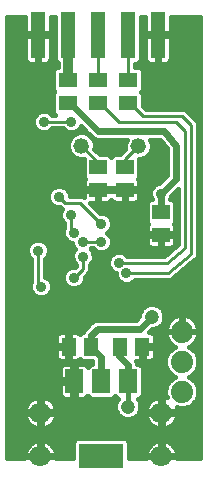
<source format=gbl>
G75*
%MOIN*%
%OFA0B0*%
%FSLAX25Y25*%
%IPPOS*%
%LPD*%
%AMOC8*
5,1,8,0,0,1.08239X$1,22.5*
%
%ADD10R,0.05906X0.05118*%
%ADD11C,0.05200*%
%ADD12R,0.05900X0.07900*%
%ADD13R,0.15000X0.07900*%
%ADD14R,0.05118X0.05906*%
%ADD15R,0.05000X0.15748*%
%ADD16C,0.07400*%
%ADD17R,0.06299X0.05118*%
%ADD18C,0.07087*%
%ADD19C,0.01600*%
%ADD20C,0.03569*%
%ADD21C,0.01000*%
%ADD22R,0.05315X0.05315*%
%ADD23C,0.00800*%
%ADD24R,0.03962X0.03962*%
%ADD25C,0.02400*%
%ADD26C,0.04750*%
%ADD27C,0.03200*%
D10*
X0049107Y0099260D03*
X0049107Y0106740D03*
X0058107Y0106740D03*
X0058107Y0099260D03*
X0070107Y0091740D03*
X0070107Y0084260D03*
D11*
X0062607Y0114000D03*
X0043607Y0114000D03*
D12*
X0041207Y0035400D03*
X0050207Y0035400D03*
X0059207Y0035400D03*
D13*
X0050107Y0010600D03*
D14*
X0046847Y0047000D03*
X0039366Y0047000D03*
X0056366Y0047000D03*
X0063847Y0047000D03*
D15*
X0059107Y0151000D03*
X0069107Y0151000D03*
X0049107Y0151000D03*
X0039107Y0151000D03*
X0029107Y0151000D03*
D16*
X0077107Y0052000D03*
X0077107Y0042000D03*
X0077107Y0032000D03*
D17*
X0059107Y0128260D03*
X0059107Y0135740D03*
X0049107Y0135740D03*
X0049107Y0128260D03*
X0039107Y0128260D03*
X0039107Y0135740D03*
D18*
X0029929Y0024961D03*
X0029929Y0010394D03*
X0070284Y0010394D03*
X0070284Y0024961D03*
D19*
X0018907Y0009800D02*
X0018907Y0156901D01*
X0024807Y0156901D01*
X0024807Y0151450D01*
X0028656Y0151450D01*
X0028656Y0150550D01*
X0024807Y0150550D01*
X0024807Y0142889D01*
X0024929Y0142431D01*
X0025166Y0142021D01*
X0025501Y0141686D01*
X0025912Y0141449D01*
X0026370Y0141326D01*
X0028657Y0141326D01*
X0028657Y0150550D01*
X0029557Y0150550D01*
X0029557Y0151450D01*
X0033407Y0151450D01*
X0033407Y0156901D01*
X0034807Y0156901D01*
X0034807Y0142380D01*
X0035707Y0141480D01*
X0035707Y0140099D01*
X0035211Y0140099D01*
X0034157Y0139045D01*
X0034157Y0132436D01*
X0034592Y0132000D01*
X0034157Y0131564D01*
X0034157Y0124955D01*
X0034812Y0124300D01*
X0033875Y0124300D01*
X0033137Y0125039D01*
X0031819Y0125584D01*
X0030394Y0125584D01*
X0029076Y0125039D01*
X0028068Y0124030D01*
X0027522Y0122713D01*
X0027522Y0121287D01*
X0028068Y0119970D01*
X0029076Y0118961D01*
X0030394Y0118416D01*
X0031819Y0118416D01*
X0033137Y0118961D01*
X0033875Y0119700D01*
X0037338Y0119700D01*
X0038076Y0118961D01*
X0039394Y0118416D01*
X0040819Y0118416D01*
X0042137Y0118961D01*
X0043145Y0119970D01*
X0043365Y0120499D01*
X0046563Y0117301D01*
X0047407Y0116457D01*
X0048510Y0116000D01*
X0058672Y0116000D01*
X0058207Y0114875D01*
X0058207Y0113125D01*
X0058286Y0112932D01*
X0056453Y0111099D01*
X0054408Y0111099D01*
X0053607Y0110298D01*
X0052805Y0111099D01*
X0049760Y0111099D01*
X0047927Y0112932D01*
X0048007Y0113125D01*
X0048007Y0114875D01*
X0047337Y0116492D01*
X0046099Y0117730D01*
X0044482Y0118400D01*
X0042731Y0118400D01*
X0041114Y0117730D01*
X0039876Y0116492D01*
X0039207Y0114875D01*
X0039207Y0113125D01*
X0039876Y0111508D01*
X0041114Y0110270D01*
X0042731Y0109600D01*
X0044354Y0109600D01*
X0044354Y0103436D01*
X0044789Y0103000D01*
X0044713Y0102924D01*
X0044476Y0102514D01*
X0044354Y0102056D01*
X0044354Y0099739D01*
X0048627Y0099739D01*
X0048627Y0098780D01*
X0049586Y0098780D01*
X0049586Y0094901D01*
X0052296Y0094901D01*
X0052754Y0095023D01*
X0053165Y0095260D01*
X0053500Y0095596D01*
X0053607Y0095781D01*
X0053713Y0095596D01*
X0054049Y0095260D01*
X0054459Y0095023D01*
X0054917Y0094901D01*
X0057627Y0094901D01*
X0057627Y0098780D01*
X0058586Y0098780D01*
X0058586Y0094901D01*
X0061296Y0094901D01*
X0061754Y0095023D01*
X0062165Y0095260D01*
X0062500Y0095596D01*
X0062737Y0096006D01*
X0062859Y0096464D01*
X0062859Y0098780D01*
X0058586Y0098780D01*
X0058586Y0099739D01*
X0062859Y0099739D01*
X0062859Y0102056D01*
X0062737Y0102514D01*
X0062500Y0102924D01*
X0062424Y0103000D01*
X0062859Y0103436D01*
X0062859Y0109600D01*
X0063482Y0109600D01*
X0065099Y0110270D01*
X0066337Y0111508D01*
X0067007Y0113125D01*
X0067007Y0114875D01*
X0066541Y0116000D01*
X0069665Y0116000D01*
X0072107Y0112948D01*
X0072107Y0104243D01*
X0069448Y0101584D01*
X0069394Y0101584D01*
X0068076Y0101039D01*
X0067068Y0100030D01*
X0066522Y0098713D01*
X0066522Y0097287D01*
X0067014Y0096099D01*
X0066408Y0096099D01*
X0065354Y0095045D01*
X0065354Y0088436D01*
X0065789Y0088000D01*
X0065713Y0087924D01*
X0065476Y0087514D01*
X0065354Y0087056D01*
X0065354Y0084739D01*
X0069627Y0084739D01*
X0069627Y0083780D01*
X0070586Y0083780D01*
X0070586Y0079901D01*
X0073296Y0079901D01*
X0073754Y0080023D01*
X0074165Y0080260D01*
X0074500Y0080596D01*
X0074737Y0081006D01*
X0074859Y0081464D01*
X0074859Y0083780D01*
X0070586Y0083780D01*
X0070586Y0084739D01*
X0074859Y0084739D01*
X0074859Y0087056D01*
X0074737Y0087514D01*
X0074500Y0087924D01*
X0074424Y0088000D01*
X0074859Y0088436D01*
X0074859Y0095045D01*
X0073805Y0096099D01*
X0073199Y0096099D01*
X0073691Y0097287D01*
X0073691Y0097342D01*
X0075807Y0099457D01*
X0075807Y0081077D01*
X0071274Y0077300D01*
X0058875Y0077300D01*
X0058137Y0078039D01*
X0056819Y0078584D01*
X0055394Y0078584D01*
X0054076Y0078039D01*
X0053068Y0077030D01*
X0052522Y0075713D01*
X0052522Y0074287D01*
X0053068Y0072970D01*
X0054076Y0071961D01*
X0055022Y0071570D01*
X0055022Y0070787D01*
X0055568Y0069470D01*
X0056576Y0068461D01*
X0057894Y0067916D01*
X0059319Y0067916D01*
X0060637Y0068461D01*
X0061375Y0069200D01*
X0072524Y0069200D01*
X0073393Y0069138D01*
X0073464Y0069200D01*
X0073559Y0069200D01*
X0074175Y0069816D01*
X0080965Y0075700D01*
X0081059Y0075700D01*
X0081675Y0076316D01*
X0082333Y0076886D01*
X0082340Y0076980D01*
X0082407Y0077047D01*
X0082407Y0077918D01*
X0082469Y0078786D01*
X0082407Y0078858D01*
X0082407Y0121953D01*
X0081059Y0123300D01*
X0078059Y0126300D01*
X0065059Y0126300D01*
X0064056Y0127303D01*
X0064056Y0131564D01*
X0063621Y0132000D01*
X0064056Y0132436D01*
X0064056Y0139045D01*
X0063002Y0140099D01*
X0061407Y0140099D01*
X0061407Y0141326D01*
X0062352Y0141326D01*
X0063407Y0142380D01*
X0063407Y0156901D01*
X0064807Y0156901D01*
X0064807Y0151450D01*
X0068656Y0151450D01*
X0068656Y0150550D01*
X0064807Y0150550D01*
X0064807Y0142889D01*
X0064929Y0142431D01*
X0065166Y0142021D01*
X0065501Y0141686D01*
X0065912Y0141449D01*
X0066370Y0141326D01*
X0068657Y0141326D01*
X0068657Y0150550D01*
X0069557Y0150550D01*
X0069557Y0151450D01*
X0073407Y0151450D01*
X0073407Y0156901D01*
X0083228Y0156901D01*
X0083228Y0009800D01*
X0075600Y0009800D01*
X0075627Y0009973D01*
X0075627Y0010013D01*
X0070665Y0010013D01*
X0070665Y0010775D01*
X0069903Y0010775D01*
X0069903Y0015737D01*
X0069863Y0015737D01*
X0069032Y0015605D01*
X0068233Y0015346D01*
X0067483Y0014964D01*
X0066803Y0014469D01*
X0066208Y0013875D01*
X0065714Y0013194D01*
X0065332Y0012445D01*
X0065072Y0011645D01*
X0064940Y0010814D01*
X0064940Y0010775D01*
X0069903Y0010775D01*
X0069903Y0010013D01*
X0064940Y0010013D01*
X0064940Y0009973D01*
X0064968Y0009800D01*
X0059407Y0009800D01*
X0059407Y0015296D01*
X0058352Y0016350D01*
X0041861Y0016350D01*
X0040807Y0015296D01*
X0040807Y0009800D01*
X0035245Y0009800D01*
X0035273Y0009973D01*
X0035273Y0010013D01*
X0030311Y0010013D01*
X0030311Y0010775D01*
X0035273Y0010775D01*
X0035273Y0010814D01*
X0035141Y0011645D01*
X0034881Y0012445D01*
X0034499Y0013194D01*
X0034005Y0013875D01*
X0033410Y0014469D01*
X0032730Y0014964D01*
X0031980Y0015346D01*
X0031181Y0015605D01*
X0030350Y0015737D01*
X0030310Y0015737D01*
X0030310Y0010775D01*
X0029548Y0010775D01*
X0029548Y0010013D01*
X0024586Y0010013D01*
X0024586Y0009973D01*
X0024613Y0009800D01*
X0018907Y0009800D01*
X0018907Y0010796D02*
X0024586Y0010796D01*
X0024586Y0010814D02*
X0024586Y0010775D01*
X0029548Y0010775D01*
X0029548Y0015737D01*
X0029509Y0015737D01*
X0028678Y0015605D01*
X0027878Y0015346D01*
X0027129Y0014964D01*
X0026448Y0014469D01*
X0025854Y0013875D01*
X0025359Y0013194D01*
X0024978Y0012445D01*
X0024718Y0011645D01*
X0024586Y0010814D01*
X0024961Y0012394D02*
X0018907Y0012394D01*
X0018907Y0013993D02*
X0025972Y0013993D01*
X0028634Y0015591D02*
X0018907Y0015591D01*
X0018907Y0017190D02*
X0083228Y0017190D01*
X0083228Y0018788D02*
X0018907Y0018788D01*
X0018907Y0020387D02*
X0027137Y0020387D01*
X0027129Y0020391D02*
X0027878Y0020009D01*
X0028678Y0019749D01*
X0029509Y0019617D01*
X0029548Y0019617D01*
X0029548Y0024579D01*
X0030310Y0024579D01*
X0030310Y0019617D01*
X0030350Y0019617D01*
X0031181Y0019749D01*
X0031980Y0020009D01*
X0032730Y0020391D01*
X0033410Y0020885D01*
X0034005Y0021480D01*
X0034499Y0022160D01*
X0034881Y0022910D01*
X0035141Y0023709D01*
X0035273Y0024540D01*
X0035273Y0024580D01*
X0030311Y0024580D01*
X0030311Y0025342D01*
X0035273Y0025342D01*
X0035273Y0025381D01*
X0035141Y0026212D01*
X0034881Y0027012D01*
X0034499Y0027761D01*
X0034005Y0028442D01*
X0033410Y0029036D01*
X0032730Y0029531D01*
X0031980Y0029912D01*
X0031181Y0030172D01*
X0030350Y0030304D01*
X0030310Y0030304D01*
X0030310Y0025342D01*
X0029548Y0025342D01*
X0029548Y0030304D01*
X0029509Y0030304D01*
X0028678Y0030172D01*
X0027878Y0029912D01*
X0027129Y0029531D01*
X0026448Y0029036D01*
X0025854Y0028442D01*
X0025359Y0027761D01*
X0024978Y0027012D01*
X0024718Y0026212D01*
X0024586Y0025381D01*
X0024586Y0025342D01*
X0029548Y0025342D01*
X0029548Y0024580D01*
X0024586Y0024580D01*
X0024586Y0024540D01*
X0024718Y0023709D01*
X0024978Y0022910D01*
X0025359Y0022160D01*
X0025854Y0021480D01*
X0026448Y0020885D01*
X0027129Y0020391D01*
X0025487Y0021985D02*
X0018907Y0021985D01*
X0018907Y0023584D02*
X0024758Y0023584D01*
X0024902Y0026781D02*
X0018907Y0026781D01*
X0018907Y0028379D02*
X0025808Y0028379D01*
X0028079Y0029978D02*
X0018907Y0029978D01*
X0018907Y0031576D02*
X0036457Y0031576D01*
X0036457Y0031213D02*
X0036579Y0030755D01*
X0036816Y0030345D01*
X0037151Y0030010D01*
X0037562Y0029773D01*
X0038020Y0029650D01*
X0040532Y0029650D01*
X0040532Y0034725D01*
X0041882Y0034725D01*
X0041882Y0029650D01*
X0044394Y0029650D01*
X0044851Y0029773D01*
X0045262Y0030010D01*
X0045597Y0030345D01*
X0045677Y0030484D01*
X0046511Y0029650D01*
X0053902Y0029650D01*
X0054707Y0030454D01*
X0055511Y0029650D01*
X0055852Y0029650D01*
X0055567Y0029365D01*
X0054932Y0027830D01*
X0054932Y0026170D01*
X0055567Y0024635D01*
X0056742Y0023461D01*
X0058276Y0022825D01*
X0059937Y0022825D01*
X0061471Y0023461D01*
X0062646Y0024635D01*
X0063281Y0026170D01*
X0063281Y0027830D01*
X0062646Y0029365D01*
X0062361Y0029650D01*
X0062902Y0029650D01*
X0063957Y0030704D01*
X0063957Y0040096D01*
X0062902Y0041150D01*
X0062207Y0041150D01*
X0062207Y0041497D01*
X0061896Y0042247D01*
X0063367Y0042247D01*
X0063367Y0046520D01*
X0064326Y0046520D01*
X0064326Y0042247D01*
X0066643Y0042247D01*
X0067101Y0042370D01*
X0067511Y0042607D01*
X0067846Y0042942D01*
X0068083Y0043352D01*
X0068206Y0043810D01*
X0068206Y0046520D01*
X0064326Y0046520D01*
X0064326Y0047480D01*
X0068206Y0047480D01*
X0068206Y0050190D01*
X0068083Y0050648D01*
X0067846Y0051058D01*
X0067511Y0051393D01*
X0067101Y0051630D01*
X0066643Y0051753D01*
X0066102Y0051753D01*
X0067174Y0052825D01*
X0067937Y0052825D01*
X0069471Y0053461D01*
X0070646Y0054635D01*
X0071281Y0056170D01*
X0071281Y0057830D01*
X0070646Y0059365D01*
X0069471Y0060539D01*
X0067937Y0061175D01*
X0066276Y0061175D01*
X0064742Y0060539D01*
X0063567Y0059365D01*
X0062932Y0057830D01*
X0062932Y0057068D01*
X0061864Y0056000D01*
X0048510Y0056000D01*
X0047407Y0055543D01*
X0046563Y0054699D01*
X0044303Y0052440D01*
X0044019Y0051753D01*
X0043542Y0051753D01*
X0043107Y0051317D01*
X0043031Y0051393D01*
X0042620Y0051630D01*
X0042162Y0051753D01*
X0039846Y0051753D01*
X0039846Y0047480D01*
X0038887Y0047480D01*
X0038887Y0051753D01*
X0036570Y0051753D01*
X0036113Y0051630D01*
X0035702Y0051393D01*
X0035367Y0051058D01*
X0035130Y0050648D01*
X0035007Y0050190D01*
X0035007Y0047480D01*
X0038887Y0047480D01*
X0038887Y0046520D01*
X0039846Y0046520D01*
X0039846Y0042247D01*
X0042162Y0042247D01*
X0042620Y0042370D01*
X0043031Y0042607D01*
X0043107Y0042683D01*
X0043542Y0042247D01*
X0047207Y0042247D01*
X0047207Y0041150D01*
X0046511Y0041150D01*
X0045677Y0040316D01*
X0045597Y0040455D01*
X0045262Y0040790D01*
X0044851Y0041027D01*
X0044394Y0041150D01*
X0041882Y0041150D01*
X0041882Y0036075D01*
X0040532Y0036075D01*
X0040532Y0041150D01*
X0038020Y0041150D01*
X0037562Y0041027D01*
X0037151Y0040790D01*
X0036816Y0040455D01*
X0036579Y0040045D01*
X0036457Y0039587D01*
X0036457Y0036075D01*
X0040531Y0036075D01*
X0040531Y0034725D01*
X0036457Y0034725D01*
X0036457Y0031213D01*
X0037207Y0029978D02*
X0031780Y0029978D01*
X0030310Y0029978D02*
X0029548Y0029978D01*
X0029548Y0028379D02*
X0030310Y0028379D01*
X0030310Y0026781D02*
X0029548Y0026781D01*
X0029548Y0025182D02*
X0018907Y0025182D01*
X0018907Y0033175D02*
X0036457Y0033175D01*
X0036457Y0036372D02*
X0018907Y0036372D01*
X0018907Y0037970D02*
X0036457Y0037970D01*
X0036457Y0039569D02*
X0018907Y0039569D01*
X0018907Y0041167D02*
X0047207Y0041167D01*
X0041882Y0039569D02*
X0040532Y0039569D01*
X0040532Y0037970D02*
X0041882Y0037970D01*
X0041882Y0036372D02*
X0040532Y0036372D01*
X0040531Y0034773D02*
X0018907Y0034773D01*
X0018907Y0042766D02*
X0035543Y0042766D01*
X0035702Y0042607D02*
X0035367Y0042942D01*
X0035130Y0043352D01*
X0035007Y0043810D01*
X0035007Y0046520D01*
X0038887Y0046520D01*
X0038887Y0042247D01*
X0036570Y0042247D01*
X0036113Y0042370D01*
X0035702Y0042607D01*
X0035007Y0044364D02*
X0018907Y0044364D01*
X0018907Y0045963D02*
X0035007Y0045963D01*
X0035007Y0047561D02*
X0018907Y0047561D01*
X0018907Y0049160D02*
X0035007Y0049160D01*
X0035194Y0050758D02*
X0018907Y0050758D01*
X0018907Y0052357D02*
X0044269Y0052357D01*
X0045819Y0053955D02*
X0018907Y0053955D01*
X0018907Y0055554D02*
X0047433Y0055554D01*
X0042611Y0066743D02*
X0083228Y0066743D01*
X0083228Y0065145D02*
X0033218Y0065145D01*
X0033145Y0064970D02*
X0033691Y0066287D01*
X0033691Y0067713D01*
X0033145Y0069030D01*
X0032137Y0070039D01*
X0031407Y0070341D01*
X0031407Y0076231D01*
X0032145Y0076970D01*
X0032691Y0078287D01*
X0032691Y0079713D01*
X0032145Y0081030D01*
X0031137Y0082039D01*
X0029819Y0082584D01*
X0028394Y0082584D01*
X0027076Y0082039D01*
X0026068Y0081030D01*
X0025522Y0079713D01*
X0025522Y0078287D01*
X0026068Y0076970D01*
X0026807Y0076231D01*
X0026807Y0068399D01*
X0026522Y0067713D01*
X0026522Y0066287D01*
X0027068Y0064970D01*
X0028076Y0063961D01*
X0029394Y0063416D01*
X0030819Y0063416D01*
X0032137Y0063961D01*
X0033145Y0064970D01*
X0033691Y0066743D02*
X0039602Y0066743D01*
X0039076Y0066961D02*
X0040394Y0066416D01*
X0041819Y0066416D01*
X0043137Y0066961D01*
X0044145Y0067970D01*
X0044691Y0069287D01*
X0044691Y0070332D01*
X0046407Y0072047D01*
X0046407Y0074231D01*
X0047145Y0074970D01*
X0047691Y0076287D01*
X0047691Y0077713D01*
X0047145Y0079030D01*
X0046675Y0079500D01*
X0046875Y0079700D01*
X0047338Y0079700D01*
X0048076Y0078961D01*
X0049394Y0078416D01*
X0050819Y0078416D01*
X0052137Y0078961D01*
X0053145Y0079970D01*
X0053691Y0081287D01*
X0053691Y0082713D01*
X0053145Y0084030D01*
X0052175Y0085000D01*
X0053145Y0085970D01*
X0053691Y0087287D01*
X0053691Y0088713D01*
X0053145Y0090030D01*
X0052137Y0091039D01*
X0050819Y0091584D01*
X0049775Y0091584D01*
X0046458Y0094901D01*
X0048627Y0094901D01*
X0048627Y0098780D01*
X0044354Y0098780D01*
X0044354Y0097005D01*
X0044059Y0097300D01*
X0039691Y0097300D01*
X0039691Y0097713D01*
X0039145Y0099030D01*
X0038137Y0100039D01*
X0036819Y0100584D01*
X0035394Y0100584D01*
X0034076Y0100039D01*
X0033068Y0099030D01*
X0032522Y0097713D01*
X0032522Y0096287D01*
X0033068Y0094970D01*
X0034076Y0093961D01*
X0035394Y0093416D01*
X0036438Y0093416D01*
X0036996Y0092857D01*
X0036522Y0091713D01*
X0036522Y0090287D01*
X0037068Y0088970D01*
X0037807Y0088231D01*
X0037807Y0086399D01*
X0037522Y0085713D01*
X0037522Y0084287D01*
X0038068Y0082970D01*
X0039076Y0081961D01*
X0040394Y0081416D01*
X0040522Y0081416D01*
X0040522Y0081287D01*
X0041068Y0079970D01*
X0041538Y0079500D01*
X0041068Y0079030D01*
X0040522Y0077713D01*
X0040522Y0076287D01*
X0041068Y0074970D01*
X0041807Y0074231D01*
X0041807Y0073953D01*
X0041438Y0073584D01*
X0040394Y0073584D01*
X0039076Y0073039D01*
X0038068Y0072030D01*
X0037522Y0070713D01*
X0037522Y0069287D01*
X0038068Y0067970D01*
X0039076Y0066961D01*
X0037914Y0068342D02*
X0033430Y0068342D01*
X0032235Y0069940D02*
X0037522Y0069940D01*
X0037864Y0071539D02*
X0031407Y0071539D01*
X0031407Y0073137D02*
X0039315Y0073137D01*
X0041302Y0074736D02*
X0031407Y0074736D01*
X0031510Y0076334D02*
X0040522Y0076334D01*
X0040613Y0077933D02*
X0032544Y0077933D01*
X0032691Y0079532D02*
X0041506Y0079532D01*
X0040587Y0081130D02*
X0032045Y0081130D01*
X0026807Y0074736D02*
X0018907Y0074736D01*
X0018907Y0076334D02*
X0026703Y0076334D01*
X0025669Y0077933D02*
X0018907Y0077933D01*
X0018907Y0079532D02*
X0025522Y0079532D01*
X0026168Y0081130D02*
X0018907Y0081130D01*
X0018907Y0082729D02*
X0038309Y0082729D01*
X0037522Y0084327D02*
X0018907Y0084327D01*
X0018907Y0085926D02*
X0037610Y0085926D01*
X0037807Y0087524D02*
X0018907Y0087524D01*
X0018907Y0089123D02*
X0037005Y0089123D01*
X0036522Y0090721D02*
X0018907Y0090721D01*
X0018907Y0092320D02*
X0036774Y0092320D01*
X0034181Y0093918D02*
X0018907Y0093918D01*
X0018907Y0095517D02*
X0032841Y0095517D01*
X0032522Y0097115D02*
X0018907Y0097115D01*
X0018907Y0098714D02*
X0032937Y0098714D01*
X0034737Y0100312D02*
X0018907Y0100312D01*
X0018907Y0101911D02*
X0044354Y0101911D01*
X0044354Y0103509D02*
X0018907Y0103509D01*
X0018907Y0105108D02*
X0044354Y0105108D01*
X0044354Y0106706D02*
X0018907Y0106706D01*
X0018907Y0108305D02*
X0044354Y0108305D01*
X0041999Y0109903D02*
X0018907Y0109903D01*
X0018907Y0111502D02*
X0039882Y0111502D01*
X0039217Y0113100D02*
X0018907Y0113100D01*
X0018907Y0114699D02*
X0039207Y0114699D01*
X0039796Y0116297D02*
X0018907Y0116297D01*
X0018907Y0117896D02*
X0041514Y0117896D01*
X0042670Y0119494D02*
X0044370Y0119494D01*
X0045699Y0117896D02*
X0045968Y0117896D01*
X0047417Y0116297D02*
X0047792Y0116297D01*
X0048007Y0114699D02*
X0058207Y0114699D01*
X0058217Y0113100D02*
X0047996Y0113100D01*
X0049357Y0111502D02*
X0056856Y0111502D01*
X0062859Y0108305D02*
X0072107Y0108305D01*
X0072107Y0109903D02*
X0064214Y0109903D01*
X0066331Y0111502D02*
X0072107Y0111502D01*
X0071984Y0113100D02*
X0066996Y0113100D01*
X0067007Y0114699D02*
X0070706Y0114699D01*
X0072107Y0106706D02*
X0062859Y0106706D01*
X0062859Y0105108D02*
X0072107Y0105108D01*
X0071373Y0103509D02*
X0062859Y0103509D01*
X0062859Y0101911D02*
X0069775Y0101911D01*
X0067350Y0100312D02*
X0062859Y0100312D01*
X0062859Y0098714D02*
X0066523Y0098714D01*
X0066593Y0097115D02*
X0062859Y0097115D01*
X0062421Y0095517D02*
X0065826Y0095517D01*
X0065354Y0093918D02*
X0047441Y0093918D01*
X0048627Y0095517D02*
X0049586Y0095517D01*
X0049586Y0097115D02*
X0048627Y0097115D01*
X0048627Y0098714D02*
X0049586Y0098714D01*
X0049586Y0098780D02*
X0049586Y0099739D01*
X0053859Y0099739D01*
X0057627Y0099739D01*
X0057627Y0098780D01*
X0049586Y0098780D01*
X0049040Y0092320D02*
X0065354Y0092320D01*
X0065354Y0090721D02*
X0052454Y0090721D01*
X0053521Y0089123D02*
X0065354Y0089123D01*
X0065482Y0087524D02*
X0053691Y0087524D01*
X0053101Y0085926D02*
X0065354Y0085926D01*
X0065354Y0083780D02*
X0065354Y0081464D01*
X0065476Y0081006D01*
X0065713Y0080596D01*
X0066049Y0080260D01*
X0066459Y0080023D01*
X0066917Y0079901D01*
X0069627Y0079901D01*
X0069627Y0083780D01*
X0065354Y0083780D01*
X0065354Y0082729D02*
X0053684Y0082729D01*
X0053626Y0081130D02*
X0065443Y0081130D01*
X0069627Y0081130D02*
X0070586Y0081130D01*
X0070586Y0082729D02*
X0069627Y0082729D01*
X0069627Y0084327D02*
X0052848Y0084327D01*
X0052707Y0079532D02*
X0073952Y0079532D01*
X0074770Y0081130D02*
X0075807Y0081130D01*
X0075807Y0082729D02*
X0074859Y0082729D01*
X0075807Y0084327D02*
X0070586Y0084327D01*
X0074731Y0087524D02*
X0075807Y0087524D01*
X0075807Y0085926D02*
X0074859Y0085926D01*
X0074859Y0089123D02*
X0075807Y0089123D01*
X0075807Y0090721D02*
X0074859Y0090721D01*
X0074859Y0092320D02*
X0075807Y0092320D01*
X0075807Y0093918D02*
X0074859Y0093918D01*
X0074387Y0095517D02*
X0075807Y0095517D01*
X0075807Y0097115D02*
X0073620Y0097115D01*
X0075063Y0098714D02*
X0075807Y0098714D01*
X0082407Y0098714D02*
X0083228Y0098714D01*
X0083228Y0100312D02*
X0082407Y0100312D01*
X0082407Y0101911D02*
X0083228Y0101911D01*
X0083228Y0103509D02*
X0082407Y0103509D01*
X0082407Y0105108D02*
X0083228Y0105108D01*
X0083228Y0106706D02*
X0082407Y0106706D01*
X0082407Y0108305D02*
X0083228Y0108305D01*
X0083228Y0109903D02*
X0082407Y0109903D01*
X0082407Y0111502D02*
X0083228Y0111502D01*
X0083228Y0113100D02*
X0082407Y0113100D01*
X0082407Y0114699D02*
X0083228Y0114699D01*
X0083228Y0116297D02*
X0082407Y0116297D01*
X0082407Y0117896D02*
X0083228Y0117896D01*
X0083228Y0119494D02*
X0082407Y0119494D01*
X0082407Y0121093D02*
X0083228Y0121093D01*
X0083228Y0122691D02*
X0081668Y0122691D01*
X0083228Y0124290D02*
X0080069Y0124290D01*
X0078471Y0125888D02*
X0083228Y0125888D01*
X0083228Y0127487D02*
X0064056Y0127487D01*
X0064056Y0129085D02*
X0083228Y0129085D01*
X0083228Y0130684D02*
X0064056Y0130684D01*
X0063903Y0132282D02*
X0083228Y0132282D01*
X0083228Y0133881D02*
X0064056Y0133881D01*
X0064056Y0135479D02*
X0083228Y0135479D01*
X0083228Y0137078D02*
X0064056Y0137078D01*
X0064056Y0138676D02*
X0083228Y0138676D01*
X0083228Y0140275D02*
X0061407Y0140275D01*
X0062900Y0141873D02*
X0065313Y0141873D01*
X0064807Y0143472D02*
X0063407Y0143472D01*
X0063407Y0145070D02*
X0064807Y0145070D01*
X0064807Y0146669D02*
X0063407Y0146669D01*
X0063407Y0148268D02*
X0064807Y0148268D01*
X0064807Y0149866D02*
X0063407Y0149866D01*
X0063407Y0151465D02*
X0064807Y0151465D01*
X0064807Y0153063D02*
X0063407Y0153063D01*
X0063407Y0154662D02*
X0064807Y0154662D01*
X0064807Y0156260D02*
X0063407Y0156260D01*
X0068657Y0149866D02*
X0069557Y0149866D01*
X0069557Y0150550D02*
X0069557Y0141326D01*
X0071844Y0141326D01*
X0072301Y0141449D01*
X0072712Y0141686D01*
X0073047Y0142021D01*
X0073284Y0142431D01*
X0073407Y0142889D01*
X0073407Y0150550D01*
X0069557Y0150550D01*
X0069557Y0148268D02*
X0068657Y0148268D01*
X0068657Y0146669D02*
X0069557Y0146669D01*
X0069557Y0145070D02*
X0068657Y0145070D01*
X0068657Y0143472D02*
X0069557Y0143472D01*
X0069557Y0141873D02*
X0068657Y0141873D01*
X0072900Y0141873D02*
X0083228Y0141873D01*
X0083228Y0143472D02*
X0073407Y0143472D01*
X0073407Y0145070D02*
X0083228Y0145070D01*
X0083228Y0146669D02*
X0073407Y0146669D01*
X0073407Y0148268D02*
X0083228Y0148268D01*
X0083228Y0149866D02*
X0073407Y0149866D01*
X0073407Y0151465D02*
X0083228Y0151465D01*
X0083228Y0153063D02*
X0073407Y0153063D01*
X0073407Y0154662D02*
X0083228Y0154662D01*
X0083228Y0156260D02*
X0073407Y0156260D01*
X0044354Y0100312D02*
X0037476Y0100312D01*
X0039276Y0098714D02*
X0044354Y0098714D01*
X0044354Y0097115D02*
X0044244Y0097115D01*
X0053421Y0095517D02*
X0053792Y0095517D01*
X0057627Y0095517D02*
X0058586Y0095517D01*
X0058586Y0097115D02*
X0057627Y0097115D01*
X0057627Y0098714D02*
X0058586Y0098714D01*
X0047506Y0079532D02*
X0046707Y0079532D01*
X0047600Y0077933D02*
X0053971Y0077933D01*
X0052780Y0076334D02*
X0047691Y0076334D01*
X0046911Y0074736D02*
X0052522Y0074736D01*
X0052998Y0073137D02*
X0046407Y0073137D01*
X0045898Y0071539D02*
X0055022Y0071539D01*
X0055373Y0069940D02*
X0044691Y0069940D01*
X0044299Y0068342D02*
X0056865Y0068342D01*
X0060348Y0068342D02*
X0083228Y0068342D01*
X0083228Y0069940D02*
X0074319Y0069940D01*
X0076163Y0071539D02*
X0083228Y0071539D01*
X0083228Y0073137D02*
X0078008Y0073137D01*
X0079852Y0074736D02*
X0083228Y0074736D01*
X0083228Y0076334D02*
X0081697Y0076334D01*
X0082408Y0077933D02*
X0083228Y0077933D01*
X0083228Y0079532D02*
X0082407Y0079532D01*
X0082407Y0081130D02*
X0083228Y0081130D01*
X0083228Y0082729D02*
X0082407Y0082729D01*
X0082407Y0084327D02*
X0083228Y0084327D01*
X0083228Y0085926D02*
X0082407Y0085926D01*
X0082407Y0087524D02*
X0083228Y0087524D01*
X0083228Y0089123D02*
X0082407Y0089123D01*
X0082407Y0090721D02*
X0083228Y0090721D01*
X0083228Y0092320D02*
X0082407Y0092320D01*
X0082407Y0093918D02*
X0083228Y0093918D01*
X0083228Y0095517D02*
X0082407Y0095517D01*
X0082407Y0097115D02*
X0083228Y0097115D01*
X0072033Y0077933D02*
X0058242Y0077933D01*
X0064552Y0060349D02*
X0018907Y0060349D01*
X0018907Y0058751D02*
X0063313Y0058751D01*
X0062932Y0057152D02*
X0018907Y0057152D01*
X0018907Y0061948D02*
X0083228Y0061948D01*
X0083228Y0063546D02*
X0031135Y0063546D01*
X0029078Y0063546D02*
X0018907Y0063546D01*
X0018907Y0065145D02*
X0026995Y0065145D01*
X0026522Y0066743D02*
X0018907Y0066743D01*
X0018907Y0068342D02*
X0026783Y0068342D01*
X0026807Y0069940D02*
X0018907Y0069940D01*
X0018907Y0071539D02*
X0026807Y0071539D01*
X0026807Y0073137D02*
X0018907Y0073137D01*
X0038887Y0050758D02*
X0039846Y0050758D01*
X0039846Y0049160D02*
X0038887Y0049160D01*
X0038887Y0047561D02*
X0039846Y0047561D01*
X0039846Y0045963D02*
X0038887Y0045963D01*
X0038887Y0044364D02*
X0039846Y0044364D01*
X0039846Y0042766D02*
X0038887Y0042766D01*
X0040532Y0033175D02*
X0041882Y0033175D01*
X0041882Y0031576D02*
X0040532Y0031576D01*
X0040532Y0029978D02*
X0041882Y0029978D01*
X0045206Y0029978D02*
X0046183Y0029978D01*
X0054230Y0029978D02*
X0055183Y0029978D01*
X0055159Y0028379D02*
X0034050Y0028379D01*
X0034956Y0026781D02*
X0054932Y0026781D01*
X0055341Y0025182D02*
X0030311Y0025182D01*
X0030310Y0023584D02*
X0029548Y0023584D01*
X0029548Y0021985D02*
X0030310Y0021985D01*
X0030310Y0020387D02*
X0029548Y0020387D01*
X0032722Y0020387D02*
X0067491Y0020387D01*
X0067483Y0020391D02*
X0068233Y0020009D01*
X0069032Y0019749D01*
X0069863Y0019617D01*
X0069903Y0019617D01*
X0069903Y0024579D01*
X0070665Y0024579D01*
X0070665Y0019617D01*
X0070704Y0019617D01*
X0071535Y0019749D01*
X0072335Y0020009D01*
X0073084Y0020391D01*
X0073765Y0020885D01*
X0074359Y0021480D01*
X0074854Y0022160D01*
X0075236Y0022910D01*
X0075495Y0023709D01*
X0075627Y0024540D01*
X0075627Y0024580D01*
X0070665Y0024580D01*
X0070665Y0025342D01*
X0069903Y0025342D01*
X0069903Y0030304D01*
X0069863Y0030304D01*
X0069032Y0030172D01*
X0068233Y0029912D01*
X0067483Y0029531D01*
X0066803Y0029036D01*
X0066208Y0028442D01*
X0065714Y0027761D01*
X0065332Y0027012D01*
X0065072Y0026212D01*
X0064940Y0025381D01*
X0064940Y0025342D01*
X0069903Y0025342D01*
X0069903Y0024580D01*
X0064940Y0024580D01*
X0064940Y0024540D01*
X0065072Y0023709D01*
X0065332Y0022910D01*
X0065714Y0022160D01*
X0066208Y0021480D01*
X0066803Y0020885D01*
X0067483Y0020391D01*
X0065841Y0021985D02*
X0034372Y0021985D01*
X0035100Y0023584D02*
X0056619Y0023584D01*
X0059107Y0027000D02*
X0059107Y0035500D01*
X0059207Y0035400D01*
X0062207Y0041167D02*
X0071607Y0041167D01*
X0071607Y0040906D02*
X0072444Y0038884D01*
X0073991Y0037337D01*
X0074805Y0037000D01*
X0073991Y0036663D01*
X0072444Y0035115D01*
X0071607Y0033094D01*
X0071607Y0030906D01*
X0071969Y0030031D01*
X0071535Y0030172D01*
X0070704Y0030304D01*
X0070665Y0030304D01*
X0070665Y0025342D01*
X0075627Y0025342D01*
X0075627Y0025381D01*
X0075495Y0026212D01*
X0075307Y0026792D01*
X0076013Y0026500D01*
X0078201Y0026500D01*
X0080222Y0027337D01*
X0081769Y0028884D01*
X0082607Y0030906D01*
X0082607Y0033094D01*
X0081769Y0035115D01*
X0080222Y0036663D01*
X0079408Y0037000D01*
X0080222Y0037337D01*
X0081769Y0038884D01*
X0082607Y0040906D01*
X0082607Y0043094D01*
X0081769Y0045115D01*
X0080222Y0046663D01*
X0079408Y0047000D01*
X0079989Y0047296D01*
X0080690Y0047805D01*
X0081302Y0048417D01*
X0081811Y0049117D01*
X0082204Y0049889D01*
X0082471Y0050712D01*
X0082607Y0051567D01*
X0082607Y0051800D01*
X0077307Y0051800D01*
X0077307Y0052200D01*
X0082607Y0052200D01*
X0082607Y0052433D01*
X0082471Y0053288D01*
X0082204Y0054111D01*
X0081811Y0054883D01*
X0081302Y0055583D01*
X0080690Y0056195D01*
X0079989Y0056704D01*
X0079218Y0057097D01*
X0078394Y0057365D01*
X0077539Y0057500D01*
X0077307Y0057500D01*
X0077307Y0052200D01*
X0076907Y0052200D01*
X0076907Y0057500D01*
X0076674Y0057500D01*
X0075819Y0057365D01*
X0074995Y0057097D01*
X0074224Y0056704D01*
X0073524Y0056195D01*
X0072911Y0055583D01*
X0072403Y0054883D01*
X0072009Y0054111D01*
X0071742Y0053288D01*
X0071607Y0052433D01*
X0071607Y0052200D01*
X0076906Y0052200D01*
X0076906Y0051800D01*
X0071607Y0051800D01*
X0071607Y0051567D01*
X0071742Y0050712D01*
X0072009Y0049889D01*
X0072403Y0049117D01*
X0072911Y0048417D01*
X0073524Y0047805D01*
X0074224Y0047296D01*
X0074805Y0047000D01*
X0073991Y0046663D01*
X0072444Y0045115D01*
X0071607Y0043094D01*
X0071607Y0040906D01*
X0072160Y0039569D02*
X0063957Y0039569D01*
X0063957Y0037970D02*
X0073358Y0037970D01*
X0073700Y0036372D02*
X0063957Y0036372D01*
X0063957Y0034773D02*
X0072302Y0034773D01*
X0071640Y0033175D02*
X0063957Y0033175D01*
X0063957Y0031576D02*
X0071607Y0031576D01*
X0070665Y0029978D02*
X0069903Y0029978D01*
X0069903Y0028379D02*
X0070665Y0028379D01*
X0070665Y0026781D02*
X0069903Y0026781D01*
X0069903Y0025182D02*
X0062872Y0025182D01*
X0063281Y0026781D02*
X0065257Y0026781D01*
X0066163Y0028379D02*
X0063054Y0028379D01*
X0063230Y0029978D02*
X0068433Y0029978D01*
X0070665Y0025182D02*
X0083228Y0025182D01*
X0083228Y0023584D02*
X0075455Y0023584D01*
X0074727Y0021985D02*
X0083228Y0021985D01*
X0083228Y0020387D02*
X0073076Y0020387D01*
X0070665Y0020387D02*
X0069903Y0020387D01*
X0069903Y0021985D02*
X0070665Y0021985D01*
X0070665Y0023584D02*
X0069903Y0023584D01*
X0065113Y0023584D02*
X0061594Y0023584D01*
X0059111Y0015591D02*
X0068988Y0015591D01*
X0069903Y0015591D02*
X0070665Y0015591D01*
X0070665Y0015737D02*
X0070665Y0010775D01*
X0075627Y0010775D01*
X0075627Y0010814D01*
X0075495Y0011645D01*
X0075236Y0012445D01*
X0074854Y0013194D01*
X0074359Y0013875D01*
X0073765Y0014469D01*
X0073084Y0014964D01*
X0072335Y0015346D01*
X0071535Y0015605D01*
X0070704Y0015737D01*
X0070665Y0015737D01*
X0071579Y0015591D02*
X0083228Y0015591D01*
X0083228Y0013993D02*
X0074241Y0013993D01*
X0075252Y0012394D02*
X0083228Y0012394D01*
X0083228Y0010796D02*
X0075627Y0010796D01*
X0070665Y0010796D02*
X0069903Y0010796D01*
X0069903Y0012394D02*
X0070665Y0012394D01*
X0070665Y0013993D02*
X0069903Y0013993D01*
X0066326Y0013993D02*
X0059407Y0013993D01*
X0059407Y0012394D02*
X0065315Y0012394D01*
X0064940Y0010796D02*
X0059407Y0010796D01*
X0075311Y0026781D02*
X0075335Y0026781D01*
X0078878Y0026781D02*
X0083228Y0026781D01*
X0083228Y0028379D02*
X0081264Y0028379D01*
X0082222Y0029978D02*
X0083228Y0029978D01*
X0083228Y0031576D02*
X0082607Y0031576D01*
X0082573Y0033175D02*
X0083228Y0033175D01*
X0083228Y0034773D02*
X0081911Y0034773D01*
X0083228Y0036372D02*
X0080513Y0036372D01*
X0080855Y0037970D02*
X0083228Y0037970D01*
X0083228Y0039569D02*
X0082053Y0039569D01*
X0082607Y0041167D02*
X0083228Y0041167D01*
X0083228Y0042766D02*
X0082607Y0042766D01*
X0082080Y0044364D02*
X0083228Y0044364D01*
X0083228Y0045963D02*
X0080922Y0045963D01*
X0080354Y0047561D02*
X0083228Y0047561D01*
X0083228Y0049160D02*
X0081832Y0049160D01*
X0082478Y0050758D02*
X0083228Y0050758D01*
X0083228Y0052357D02*
X0082607Y0052357D01*
X0082254Y0053955D02*
X0083228Y0053955D01*
X0083228Y0055554D02*
X0081323Y0055554D01*
X0083228Y0057152D02*
X0079048Y0057152D01*
X0077307Y0057152D02*
X0076907Y0057152D01*
X0076907Y0055554D02*
X0077307Y0055554D01*
X0077307Y0053955D02*
X0076907Y0053955D01*
X0076907Y0052357D02*
X0077307Y0052357D01*
X0075166Y0057152D02*
X0071281Y0057152D01*
X0071026Y0055554D02*
X0072890Y0055554D01*
X0071959Y0053955D02*
X0069966Y0053955D01*
X0071607Y0052357D02*
X0066706Y0052357D01*
X0068019Y0050758D02*
X0071735Y0050758D01*
X0072381Y0049160D02*
X0068206Y0049160D01*
X0068206Y0047561D02*
X0073859Y0047561D01*
X0073291Y0045963D02*
X0068206Y0045963D01*
X0068206Y0044364D02*
X0072133Y0044364D01*
X0071607Y0042766D02*
X0067670Y0042766D01*
X0064326Y0042766D02*
X0063367Y0042766D01*
X0063367Y0044364D02*
X0064326Y0044364D01*
X0064326Y0045963D02*
X0063367Y0045963D01*
X0070900Y0058751D02*
X0083228Y0058751D01*
X0083228Y0060349D02*
X0069661Y0060349D01*
X0041102Y0015591D02*
X0031225Y0015591D01*
X0030310Y0015591D02*
X0029548Y0015591D01*
X0029548Y0013993D02*
X0030310Y0013993D01*
X0030310Y0012394D02*
X0029548Y0012394D01*
X0029548Y0010796D02*
X0030310Y0010796D01*
X0033887Y0013993D02*
X0040807Y0013993D01*
X0040807Y0012394D02*
X0034898Y0012394D01*
X0035273Y0010796D02*
X0040807Y0010796D01*
X0037543Y0119494D02*
X0033670Y0119494D01*
X0034157Y0125888D02*
X0018907Y0125888D01*
X0018907Y0124290D02*
X0028327Y0124290D01*
X0027522Y0122691D02*
X0018907Y0122691D01*
X0018907Y0121093D02*
X0027603Y0121093D01*
X0028543Y0119494D02*
X0018907Y0119494D01*
X0018907Y0127487D02*
X0034157Y0127487D01*
X0034157Y0129085D02*
X0018907Y0129085D01*
X0018907Y0130684D02*
X0034157Y0130684D01*
X0034310Y0132282D02*
X0018907Y0132282D01*
X0018907Y0133881D02*
X0034157Y0133881D01*
X0034157Y0135479D02*
X0018907Y0135479D01*
X0018907Y0137078D02*
X0034157Y0137078D01*
X0034157Y0138676D02*
X0018907Y0138676D01*
X0018907Y0140275D02*
X0035707Y0140275D01*
X0035313Y0141873D02*
X0032900Y0141873D01*
X0033047Y0142021D02*
X0032712Y0141686D01*
X0032301Y0141449D01*
X0031844Y0141326D01*
X0029557Y0141326D01*
X0029557Y0150550D01*
X0033407Y0150550D01*
X0033407Y0142889D01*
X0033284Y0142431D01*
X0033047Y0142021D01*
X0033407Y0143472D02*
X0034807Y0143472D01*
X0034807Y0145070D02*
X0033407Y0145070D01*
X0033407Y0146669D02*
X0034807Y0146669D01*
X0034807Y0148268D02*
X0033407Y0148268D01*
X0033407Y0149866D02*
X0034807Y0149866D01*
X0034807Y0151465D02*
X0033407Y0151465D01*
X0033407Y0153063D02*
X0034807Y0153063D01*
X0034807Y0154662D02*
X0033407Y0154662D01*
X0033407Y0156260D02*
X0034807Y0156260D01*
X0029557Y0149866D02*
X0028657Y0149866D01*
X0028657Y0148268D02*
X0029557Y0148268D01*
X0029557Y0146669D02*
X0028657Y0146669D01*
X0028657Y0145070D02*
X0029557Y0145070D01*
X0029557Y0143472D02*
X0028657Y0143472D01*
X0028657Y0141873D02*
X0029557Y0141873D01*
X0025313Y0141873D02*
X0018907Y0141873D01*
X0018907Y0143472D02*
X0024807Y0143472D01*
X0024807Y0145070D02*
X0018907Y0145070D01*
X0018907Y0146669D02*
X0024807Y0146669D01*
X0024807Y0148268D02*
X0018907Y0148268D01*
X0018907Y0149866D02*
X0024807Y0149866D01*
X0024807Y0151465D02*
X0018907Y0151465D01*
X0018907Y0153063D02*
X0024807Y0153063D01*
X0024807Y0154662D02*
X0018907Y0154662D01*
X0018907Y0156260D02*
X0024807Y0156260D01*
D20*
X0022107Y0141000D03*
X0031107Y0122000D03*
X0023107Y0115000D03*
X0036107Y0097000D03*
X0040107Y0091000D03*
X0041107Y0085000D03*
X0044107Y0082000D03*
X0044107Y0077000D03*
X0040107Y0076000D03*
X0038107Y0080000D03*
X0041107Y0070000D03*
X0050107Y0082000D03*
X0050107Y0088000D03*
X0050107Y0094000D03*
X0056107Y0075000D03*
X0058607Y0071500D03*
X0062107Y0061000D03*
X0076107Y0069000D03*
X0063107Y0092000D03*
X0070107Y0098000D03*
X0070107Y0108000D03*
X0070107Y0112000D03*
X0075107Y0141000D03*
X0075107Y0146000D03*
X0075107Y0151000D03*
X0040107Y0122000D03*
X0029107Y0079000D03*
X0030107Y0067000D03*
X0023107Y0045000D03*
D21*
X0025107Y0046000D01*
X0030107Y0067000D02*
X0029107Y0068000D01*
X0029107Y0079000D01*
X0038107Y0095000D02*
X0036107Y0097000D01*
X0038107Y0095000D02*
X0043107Y0095000D01*
X0050107Y0088000D01*
X0053107Y0091000D02*
X0050107Y0094000D01*
X0050107Y0082000D02*
X0044107Y0082000D01*
X0041107Y0085000D02*
X0040107Y0086000D01*
X0040107Y0091000D01*
X0044107Y0077000D02*
X0044107Y0073000D01*
X0041107Y0070000D01*
X0056107Y0075000D02*
X0072107Y0075000D01*
X0078107Y0080000D01*
X0078107Y0119000D01*
X0075107Y0122000D01*
X0056107Y0122000D01*
X0049847Y0128260D01*
X0049107Y0128260D01*
X0049107Y0135740D02*
X0049107Y0151000D01*
X0059107Y0151000D02*
X0059107Y0135740D01*
X0059107Y0128260D02*
X0059847Y0128260D01*
X0064107Y0124000D01*
X0077107Y0124000D01*
X0080107Y0121000D01*
X0080107Y0078000D01*
X0072607Y0071500D01*
X0058607Y0071500D01*
X0062107Y0092000D02*
X0063107Y0092000D01*
X0058107Y0106740D02*
X0058107Y0109500D01*
X0062607Y0114000D01*
X0049107Y0108500D02*
X0049107Y0106740D01*
X0049107Y0108500D02*
X0043607Y0114000D01*
X0040107Y0122000D02*
X0031107Y0122000D01*
X0022107Y0119000D02*
X0023107Y0115000D01*
X0022107Y0119000D02*
X0021107Y0120000D01*
X0081107Y0063000D02*
X0081107Y0061000D01*
D22*
X0054107Y0019000D03*
D23*
X0054107Y0018000D01*
D24*
X0081107Y0063000D03*
D25*
X0067107Y0057000D02*
X0063107Y0053000D01*
X0049107Y0053000D01*
X0046847Y0050740D01*
X0046847Y0047000D01*
X0050207Y0043640D01*
X0050207Y0035400D01*
X0056107Y0044000D02*
X0056107Y0046740D01*
X0056366Y0047000D01*
X0056107Y0044000D02*
X0059207Y0040900D01*
X0059207Y0035400D01*
X0070107Y0091740D02*
X0070107Y0098000D01*
X0075107Y0103000D01*
X0075107Y0114000D01*
X0071107Y0119000D01*
X0049107Y0119000D01*
X0039847Y0128260D01*
X0039107Y0128260D01*
D26*
X0067107Y0057000D03*
X0059107Y0027000D03*
D27*
X0039107Y0135740D02*
X0039107Y0151000D01*
M02*

</source>
